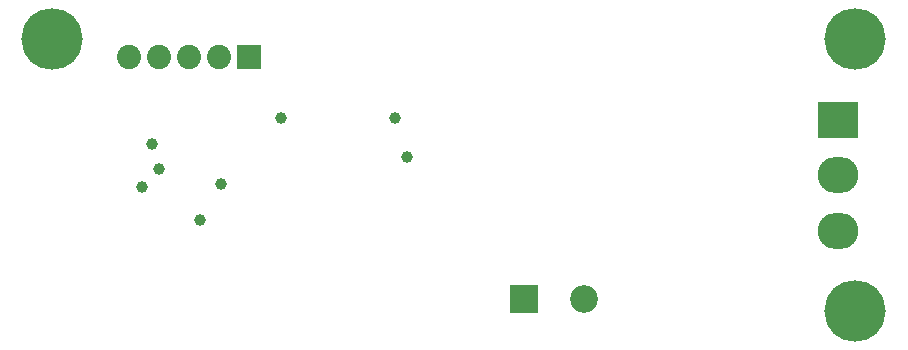
<source format=gbr>
%TF.GenerationSoftware,Altium Limited,Altium Designer,24.0.1 (36)*%
G04 Layer_Color=16711935*
%FSLAX45Y45*%
%MOMM*%
%TF.SameCoordinates,B6A77970-8F51-4162-B198-D5255F9352F6*%
%TF.FilePolarity,Negative*%
%TF.FileFunction,Soldermask,Bot*%
%TF.Part,Single*%
G01*
G75*
%TA.AperFunction,ComponentPad*%
%ADD49R,3.45320X3.05320*%
%ADD50O,3.45320X3.05320*%
%ADD51R,2.35320X2.35320*%
%ADD52C,2.35320*%
%ADD53C,5.20320*%
%ADD54C,2.05320*%
%ADD55R,2.05320X2.05320*%
%TA.AperFunction,ViaPad*%
%ADD56C,1.00320*%
D49*
X7000000Y1970000D02*
D03*
D50*
Y1500000D02*
D03*
Y1030000D02*
D03*
D51*
X4346000Y450000D02*
D03*
D52*
X4854000D02*
D03*
D53*
X350000Y2650000D02*
D03*
X7150000Y350000D02*
D03*
Y2650000D02*
D03*
D54*
X1000000Y2500000D02*
D03*
X1762000D02*
D03*
X1508000D02*
D03*
X1254000D02*
D03*
D55*
X2016000D02*
D03*
D56*
X1193800Y1765300D02*
D03*
X1104900Y1397000D02*
D03*
X1778000Y1422400D02*
D03*
X1596058Y1116100D02*
D03*
X3251200Y1981200D02*
D03*
X2286000D02*
D03*
X3350000Y1650000D02*
D03*
X1250000Y1550000D02*
D03*
%TF.MD5,b499f172a383108b3df269c164f33c9e*%
M02*

</source>
